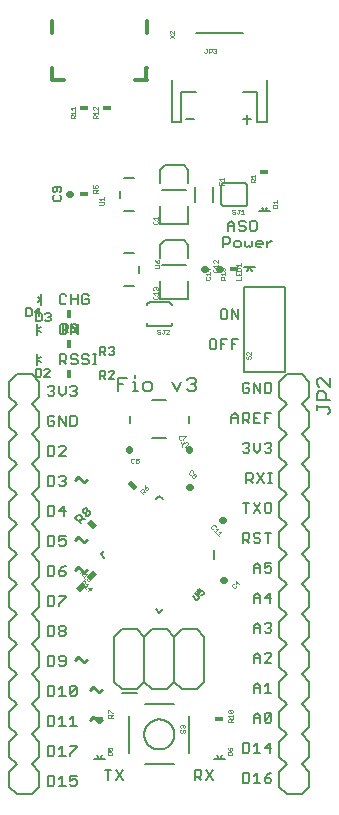
<source format=gbr>
G04 EAGLE Gerber RS-274X export*
G75*
%MOMM*%
%FSLAX34Y34*%
%LPD*%
%INSilkscreen Top*%
%IPPOS*%
%AMOC8*
5,1,8,0,0,1.08239X$1,22.5*%
G01*
%ADD10C,0.152400*%
%ADD11C,0.203200*%
%ADD12C,0.279400*%
%ADD13R,0.457200X0.762000*%
%ADD14C,0.127000*%
%ADD15C,0.558800*%
%ADD16C,0.025400*%
%ADD17R,0.762000X0.457200*%
%ADD18C,0.304800*%


D10*
X32512Y295155D02*
X32512Y286512D01*
X36834Y286512D01*
X38274Y287953D01*
X38274Y293715D01*
X36834Y295155D01*
X32512Y295155D01*
X41867Y286512D02*
X47629Y286512D01*
X41867Y286512D02*
X47629Y292274D01*
X47629Y293715D01*
X46189Y295155D01*
X43308Y295155D01*
X41867Y293715D01*
X32512Y269755D02*
X32512Y261112D01*
X36834Y261112D01*
X38274Y262553D01*
X38274Y268315D01*
X36834Y269755D01*
X32512Y269755D01*
X41867Y268315D02*
X43308Y269755D01*
X46189Y269755D01*
X47629Y268315D01*
X47629Y266874D01*
X46189Y265434D01*
X44748Y265434D01*
X46189Y265434D02*
X47629Y263993D01*
X47629Y262553D01*
X46189Y261112D01*
X43308Y261112D01*
X41867Y262553D01*
X32512Y244355D02*
X32512Y235712D01*
X36834Y235712D01*
X38274Y237153D01*
X38274Y242915D01*
X36834Y244355D01*
X32512Y244355D01*
X46189Y244355D02*
X46189Y235712D01*
X41867Y240034D02*
X46189Y244355D01*
X47629Y240034D02*
X41867Y240034D01*
X32512Y218955D02*
X32512Y210312D01*
X36834Y210312D01*
X38274Y211753D01*
X38274Y217515D01*
X36834Y218955D01*
X32512Y218955D01*
X41867Y218955D02*
X47629Y218955D01*
X41867Y218955D02*
X41867Y214634D01*
X44748Y216074D01*
X46189Y216074D01*
X47629Y214634D01*
X47629Y211753D01*
X46189Y210312D01*
X43308Y210312D01*
X41867Y211753D01*
X32512Y193555D02*
X32512Y184912D01*
X36834Y184912D01*
X38274Y186353D01*
X38274Y192115D01*
X36834Y193555D01*
X32512Y193555D01*
X44748Y192115D02*
X47629Y193555D01*
X44748Y192115D02*
X41867Y189234D01*
X41867Y186353D01*
X43308Y184912D01*
X46189Y184912D01*
X47629Y186353D01*
X47629Y187793D01*
X46189Y189234D01*
X41867Y189234D01*
X32512Y168155D02*
X32512Y159512D01*
X36834Y159512D01*
X38274Y160953D01*
X38274Y166715D01*
X36834Y168155D01*
X32512Y168155D01*
X41867Y168155D02*
X47629Y168155D01*
X47629Y166715D01*
X41867Y160953D01*
X41867Y159512D01*
X32512Y142755D02*
X32512Y134112D01*
X36834Y134112D01*
X38274Y135553D01*
X38274Y141315D01*
X36834Y142755D01*
X32512Y142755D01*
X41867Y141315D02*
X43308Y142755D01*
X46189Y142755D01*
X47629Y141315D01*
X47629Y139874D01*
X46189Y138434D01*
X47629Y136993D01*
X47629Y135553D01*
X46189Y134112D01*
X43308Y134112D01*
X41867Y135553D01*
X41867Y136993D01*
X43308Y138434D01*
X41867Y139874D01*
X41867Y141315D01*
X43308Y138434D02*
X46189Y138434D01*
X32512Y117355D02*
X32512Y108712D01*
X36834Y108712D01*
X38274Y110153D01*
X38274Y115915D01*
X36834Y117355D01*
X32512Y117355D01*
X41867Y110153D02*
X43308Y108712D01*
X46189Y108712D01*
X47629Y110153D01*
X47629Y115915D01*
X46189Y117355D01*
X43308Y117355D01*
X41867Y115915D01*
X41867Y114474D01*
X43308Y113034D01*
X47629Y113034D01*
X32512Y91955D02*
X32512Y83312D01*
X36834Y83312D01*
X38274Y84753D01*
X38274Y90515D01*
X36834Y91955D01*
X32512Y91955D01*
X41867Y89074D02*
X44748Y91955D01*
X44748Y83312D01*
X41867Y83312D02*
X47629Y83312D01*
X51222Y84753D02*
X51222Y90515D01*
X52663Y91955D01*
X55544Y91955D01*
X56985Y90515D01*
X56985Y84753D01*
X55544Y83312D01*
X52663Y83312D01*
X51222Y84753D01*
X56985Y90515D01*
X197486Y18295D02*
X197486Y9652D01*
X201808Y9652D01*
X203249Y11093D01*
X203249Y16855D01*
X201808Y18295D01*
X197486Y18295D01*
X206842Y15414D02*
X209723Y18295D01*
X209723Y9652D01*
X206842Y9652D02*
X212604Y9652D01*
X219078Y16855D02*
X221959Y18295D01*
X219078Y16855D02*
X216197Y13974D01*
X216197Y11093D01*
X217637Y9652D01*
X220519Y9652D01*
X221959Y11093D01*
X221959Y12533D01*
X220519Y13974D01*
X216197Y13974D01*
X206842Y60452D02*
X206842Y66214D01*
X209723Y69095D01*
X212604Y66214D01*
X212604Y60452D01*
X212604Y64774D02*
X206842Y64774D01*
X216197Y61893D02*
X216197Y67655D01*
X217637Y69095D01*
X220519Y69095D01*
X221959Y67655D01*
X221959Y61893D01*
X220519Y60452D01*
X217637Y60452D01*
X216197Y61893D01*
X221959Y67655D01*
X206842Y85852D02*
X206842Y91614D01*
X209723Y94495D01*
X212604Y91614D01*
X212604Y85852D01*
X212604Y90174D02*
X206842Y90174D01*
X216197Y91614D02*
X219078Y94495D01*
X219078Y85852D01*
X216197Y85852D02*
X221959Y85852D01*
X206842Y111252D02*
X206842Y117014D01*
X209723Y119895D01*
X212604Y117014D01*
X212604Y111252D01*
X212604Y115574D02*
X206842Y115574D01*
X216197Y111252D02*
X221959Y111252D01*
X216197Y111252D02*
X221959Y117014D01*
X221959Y118455D01*
X220519Y119895D01*
X217637Y119895D01*
X216197Y118455D01*
X206842Y136652D02*
X206842Y142414D01*
X209723Y145295D01*
X212604Y142414D01*
X212604Y136652D01*
X212604Y140974D02*
X206842Y140974D01*
X216197Y143855D02*
X217637Y145295D01*
X220519Y145295D01*
X221959Y143855D01*
X221959Y142414D01*
X220519Y140974D01*
X219078Y140974D01*
X220519Y140974D02*
X221959Y139533D01*
X221959Y138093D01*
X220519Y136652D01*
X217637Y136652D01*
X216197Y138093D01*
X206842Y162052D02*
X206842Y167814D01*
X209723Y170695D01*
X212604Y167814D01*
X212604Y162052D01*
X212604Y166374D02*
X206842Y166374D01*
X220519Y162052D02*
X220519Y170695D01*
X216197Y166374D01*
X221959Y166374D01*
X206842Y187452D02*
X206842Y193214D01*
X209723Y196095D01*
X212604Y193214D01*
X212604Y187452D01*
X212604Y191774D02*
X206842Y191774D01*
X216197Y196095D02*
X221959Y196095D01*
X216197Y196095D02*
X216197Y191774D01*
X219078Y193214D01*
X220519Y193214D01*
X221959Y191774D01*
X221959Y188893D01*
X220519Y187452D01*
X217637Y187452D01*
X216197Y188893D01*
X32512Y41155D02*
X32512Y32512D01*
X36834Y32512D01*
X38274Y33953D01*
X38274Y39715D01*
X36834Y41155D01*
X32512Y41155D01*
X41867Y38274D02*
X44748Y41155D01*
X44748Y32512D01*
X41867Y32512D02*
X47629Y32512D01*
X51222Y41155D02*
X56985Y41155D01*
X56985Y39715D01*
X51222Y33953D01*
X51222Y32512D01*
X32512Y57912D02*
X32512Y66555D01*
X32512Y57912D02*
X36834Y57912D01*
X38274Y59353D01*
X38274Y65115D01*
X36834Y66555D01*
X32512Y66555D01*
X41867Y63674D02*
X44748Y66555D01*
X44748Y57912D01*
X41867Y57912D02*
X47629Y57912D01*
X51222Y63674D02*
X54104Y66555D01*
X54104Y57912D01*
X56985Y57912D02*
X51222Y57912D01*
X46994Y398025D02*
X44113Y398025D01*
X42672Y396585D01*
X42672Y390823D01*
X44113Y389382D01*
X46994Y389382D01*
X48434Y390823D01*
X48434Y396585D01*
X46994Y398025D01*
X52027Y398025D02*
X52027Y389382D01*
X57789Y389382D02*
X52027Y398025D01*
X57789Y398025D02*
X57789Y389382D01*
X42672Y372625D02*
X42672Y363982D01*
X42672Y372625D02*
X46994Y372625D01*
X48434Y371185D01*
X48434Y368304D01*
X46994Y366863D01*
X42672Y366863D01*
X45553Y366863D02*
X48434Y363982D01*
X56349Y372625D02*
X57789Y371185D01*
X56349Y372625D02*
X53468Y372625D01*
X52027Y371185D01*
X52027Y369744D01*
X53468Y368304D01*
X56349Y368304D01*
X57789Y366863D01*
X57789Y365423D01*
X56349Y363982D01*
X53468Y363982D01*
X52027Y365423D01*
X65704Y372625D02*
X67145Y371185D01*
X65704Y372625D02*
X62823Y372625D01*
X61382Y371185D01*
X61382Y369744D01*
X62823Y368304D01*
X65704Y368304D01*
X67145Y366863D01*
X67145Y365423D01*
X65704Y363982D01*
X62823Y363982D01*
X61382Y365423D01*
X70738Y363982D02*
X73619Y363982D01*
X72178Y363982D02*
X72178Y372625D01*
X70738Y372625D02*
X73619Y372625D01*
X197486Y43695D02*
X197486Y35052D01*
X201808Y35052D01*
X203249Y36493D01*
X203249Y42255D01*
X201808Y43695D01*
X197486Y43695D01*
X206842Y40814D02*
X209723Y43695D01*
X209723Y35052D01*
X206842Y35052D02*
X212604Y35052D01*
X220519Y35052D02*
X220519Y43695D01*
X216197Y39374D01*
X221959Y39374D01*
X32512Y15755D02*
X32512Y7112D01*
X36834Y7112D01*
X38274Y8553D01*
X38274Y14315D01*
X36834Y15755D01*
X32512Y15755D01*
X41867Y12874D02*
X44748Y15755D01*
X44748Y7112D01*
X41867Y7112D02*
X47629Y7112D01*
X51222Y15755D02*
X56985Y15755D01*
X51222Y15755D02*
X51222Y11434D01*
X54104Y12874D01*
X55544Y12874D01*
X56985Y11434D01*
X56985Y8553D01*
X55544Y7112D01*
X52663Y7112D01*
X51222Y8553D01*
X38274Y319115D02*
X36834Y320555D01*
X33953Y320555D01*
X32512Y319115D01*
X32512Y313353D01*
X33953Y311912D01*
X36834Y311912D01*
X38274Y313353D01*
X38274Y316234D01*
X35393Y316234D01*
X41867Y320555D02*
X41867Y311912D01*
X47629Y311912D02*
X41867Y320555D01*
X47629Y320555D02*
X47629Y311912D01*
X51222Y311912D02*
X51222Y320555D01*
X51222Y311912D02*
X55544Y311912D01*
X56985Y313353D01*
X56985Y319115D01*
X55544Y320555D01*
X51222Y320555D01*
X32512Y344515D02*
X33953Y345955D01*
X36834Y345955D01*
X38274Y344515D01*
X38274Y343074D01*
X36834Y341634D01*
X35393Y341634D01*
X36834Y341634D02*
X38274Y340193D01*
X38274Y338753D01*
X36834Y337312D01*
X33953Y337312D01*
X32512Y338753D01*
X41867Y340193D02*
X41867Y345955D01*
X41867Y340193D02*
X44748Y337312D01*
X47629Y340193D01*
X47629Y345955D01*
X51222Y344515D02*
X52663Y345955D01*
X55544Y345955D01*
X56985Y344515D01*
X56985Y343074D01*
X55544Y341634D01*
X54104Y341634D01*
X55544Y341634D02*
X56985Y340193D01*
X56985Y338753D01*
X55544Y337312D01*
X52663Y337312D01*
X51222Y338753D01*
X48434Y421985D02*
X46994Y423425D01*
X44113Y423425D01*
X42672Y421985D01*
X42672Y416223D01*
X44113Y414782D01*
X46994Y414782D01*
X48434Y416223D01*
X52027Y414782D02*
X52027Y423425D01*
X52027Y419104D02*
X57789Y419104D01*
X57789Y423425D02*
X57789Y414782D01*
X65704Y423425D02*
X67145Y421985D01*
X65704Y423425D02*
X62823Y423425D01*
X61382Y421985D01*
X61382Y416223D01*
X62823Y414782D01*
X65704Y414782D01*
X67145Y416223D01*
X67145Y419104D01*
X64264Y419104D01*
X180342Y410725D02*
X183223Y410725D01*
X180342Y410725D02*
X178902Y409285D01*
X178902Y403523D01*
X180342Y402082D01*
X183223Y402082D01*
X184664Y403523D01*
X184664Y409285D01*
X183223Y410725D01*
X188257Y410725D02*
X188257Y402082D01*
X194019Y402082D02*
X188257Y410725D01*
X194019Y410725D02*
X194019Y402082D01*
X173868Y385325D02*
X170987Y385325D01*
X169546Y383885D01*
X169546Y378123D01*
X170987Y376682D01*
X173868Y376682D01*
X175309Y378123D01*
X175309Y383885D01*
X173868Y385325D01*
X178902Y385325D02*
X178902Y376682D01*
X178902Y385325D02*
X184664Y385325D01*
X181783Y381004D02*
X178902Y381004D01*
X188257Y385325D02*
X188257Y376682D01*
X188257Y385325D02*
X194019Y385325D01*
X191138Y381004D02*
X188257Y381004D01*
X201808Y348495D02*
X203249Y347055D01*
X201808Y348495D02*
X198927Y348495D01*
X197486Y347055D01*
X197486Y341293D01*
X198927Y339852D01*
X201808Y339852D01*
X203249Y341293D01*
X203249Y344174D01*
X200368Y344174D01*
X206842Y348495D02*
X206842Y339852D01*
X212604Y339852D02*
X206842Y348495D01*
X212604Y348495D02*
X212604Y339852D01*
X216197Y339852D02*
X216197Y348495D01*
X216197Y339852D02*
X220519Y339852D01*
X221959Y341293D01*
X221959Y347055D01*
X220519Y348495D01*
X216197Y348495D01*
X188131Y320214D02*
X188131Y314452D01*
X188131Y320214D02*
X191012Y323095D01*
X193893Y320214D01*
X193893Y314452D01*
X193893Y318774D02*
X188131Y318774D01*
X197486Y323095D02*
X197486Y314452D01*
X197486Y323095D02*
X201808Y323095D01*
X203249Y321655D01*
X203249Y318774D01*
X201808Y317333D01*
X197486Y317333D01*
X200368Y317333D02*
X203249Y314452D01*
X206842Y323095D02*
X212604Y323095D01*
X206842Y323095D02*
X206842Y314452D01*
X212604Y314452D01*
X209723Y318774D02*
X206842Y318774D01*
X216197Y323095D02*
X216197Y314452D01*
X216197Y323095D02*
X221959Y323095D01*
X219078Y318774D02*
X216197Y318774D01*
X198927Y297695D02*
X197486Y296255D01*
X198927Y297695D02*
X201808Y297695D01*
X203249Y296255D01*
X203249Y294814D01*
X201808Y293374D01*
X200368Y293374D01*
X201808Y293374D02*
X203249Y291933D01*
X203249Y290493D01*
X201808Y289052D01*
X198927Y289052D01*
X197486Y290493D01*
X206842Y291933D02*
X206842Y297695D01*
X206842Y291933D02*
X209723Y289052D01*
X212604Y291933D01*
X212604Y297695D01*
X216197Y296255D02*
X217637Y297695D01*
X220519Y297695D01*
X221959Y296255D01*
X221959Y294814D01*
X220519Y293374D01*
X219078Y293374D01*
X220519Y293374D02*
X221959Y291933D01*
X221959Y290493D01*
X220519Y289052D01*
X217637Y289052D01*
X216197Y290493D01*
X200605Y272295D02*
X200605Y263652D01*
X200605Y272295D02*
X204927Y272295D01*
X206367Y270855D01*
X206367Y267974D01*
X204927Y266533D01*
X200605Y266533D01*
X203486Y266533D02*
X206367Y263652D01*
X215722Y263652D02*
X209960Y272295D01*
X215722Y272295D02*
X209960Y263652D01*
X219315Y263652D02*
X222196Y263652D01*
X220756Y263652D02*
X220756Y272295D01*
X222196Y272295D02*
X219315Y272295D01*
X200368Y246895D02*
X200368Y238252D01*
X197486Y246895D02*
X203249Y246895D01*
X206842Y246895D02*
X212604Y238252D01*
X206842Y238252D02*
X212604Y246895D01*
X217637Y246895D02*
X220519Y246895D01*
X217637Y246895D02*
X216197Y245455D01*
X216197Y239693D01*
X217637Y238252D01*
X220519Y238252D01*
X221959Y239693D01*
X221959Y245455D01*
X220519Y246895D01*
X197486Y221495D02*
X197486Y212852D01*
X197486Y221495D02*
X201808Y221495D01*
X203249Y220055D01*
X203249Y217174D01*
X201808Y215733D01*
X197486Y215733D01*
X200368Y215733D02*
X203249Y212852D01*
X211163Y221495D02*
X212604Y220055D01*
X211163Y221495D02*
X208282Y221495D01*
X206842Y220055D01*
X206842Y218614D01*
X208282Y217174D01*
X211163Y217174D01*
X212604Y215733D01*
X212604Y214293D01*
X211163Y212852D01*
X208282Y212852D01*
X206842Y214293D01*
X219078Y212852D02*
X219078Y221495D01*
X216197Y221495D02*
X221959Y221495D01*
D11*
X92456Y341376D02*
X92456Y352816D01*
X100083Y352816D01*
X96269Y347096D02*
X92456Y347096D01*
X104852Y349003D02*
X106758Y349003D01*
X106758Y341376D01*
X104852Y341376D02*
X108665Y341376D01*
X106758Y352816D02*
X106758Y354722D01*
X115022Y341376D02*
X118835Y341376D01*
X120742Y343283D01*
X120742Y347096D01*
X118835Y349003D01*
X115022Y349003D01*
X113115Y347096D01*
X113115Y343283D01*
X115022Y341376D01*
X137907Y349003D02*
X141720Y341376D01*
X145533Y349003D01*
X150302Y350909D02*
X152209Y352816D01*
X156022Y352816D01*
X157929Y350909D01*
X157929Y349003D01*
X156022Y347096D01*
X154116Y347096D01*
X156022Y347096D02*
X157929Y345189D01*
X157929Y343283D01*
X156022Y341376D01*
X152209Y341376D01*
X150302Y343283D01*
X197866Y571505D02*
X204984Y571505D01*
X201425Y575064D02*
X201425Y567946D01*
X156724Y571505D02*
X149606Y571505D01*
D12*
X58507Y269086D02*
X56007Y266586D01*
X58507Y269086D02*
X63506Y264086D01*
X66006Y266586D01*
X58507Y218286D02*
X56007Y215786D01*
X58507Y218286D02*
X63506Y213286D01*
X66006Y215786D01*
X58507Y192886D02*
X56007Y190386D01*
X58507Y192886D02*
X63506Y187886D01*
X66006Y190386D01*
X58507Y116686D02*
X56007Y114186D01*
X58507Y116686D02*
X63506Y111686D01*
X66006Y114186D01*
X71207Y91286D02*
X68707Y88786D01*
X71207Y91286D02*
X76206Y86286D01*
X78706Y88786D01*
X71207Y65886D02*
X68707Y63386D01*
X71207Y65886D02*
X76206Y60886D01*
X78706Y63386D01*
D10*
X83653Y20835D02*
X83653Y12192D01*
X80772Y20835D02*
X86534Y20835D01*
X90127Y20835D02*
X95889Y12192D01*
X90127Y12192D02*
X95889Y20835D01*
X156972Y20835D02*
X156972Y12192D01*
X156972Y20835D02*
X161294Y20835D01*
X162734Y19395D01*
X162734Y16514D01*
X161294Y15073D01*
X156972Y15073D01*
X159853Y15073D02*
X162734Y12192D01*
X172089Y12192D02*
X166327Y20835D01*
X172089Y20835D02*
X166327Y12192D01*
X181102Y463042D02*
X181102Y471685D01*
X185424Y471685D01*
X186864Y470245D01*
X186864Y467364D01*
X185424Y465923D01*
X181102Y465923D01*
X191898Y463042D02*
X194779Y463042D01*
X196219Y464483D01*
X196219Y467364D01*
X194779Y468804D01*
X191898Y468804D01*
X190457Y467364D01*
X190457Y464483D01*
X191898Y463042D01*
X199812Y464483D02*
X199812Y468804D01*
X199812Y464483D02*
X201253Y463042D01*
X202694Y464483D01*
X204134Y463042D01*
X205575Y464483D01*
X205575Y468804D01*
X210608Y463042D02*
X213489Y463042D01*
X210608Y463042D02*
X209168Y464483D01*
X209168Y467364D01*
X210608Y468804D01*
X213489Y468804D01*
X214930Y467364D01*
X214930Y465923D01*
X209168Y465923D01*
X218523Y463042D02*
X218523Y468804D01*
X218523Y465923D02*
X221404Y468804D01*
X222844Y468804D01*
X184912Y477012D02*
X184912Y482774D01*
X187793Y485655D01*
X190674Y482774D01*
X190674Y477012D01*
X190674Y481334D02*
X184912Y481334D01*
X198589Y485655D02*
X200029Y484215D01*
X198589Y485655D02*
X195708Y485655D01*
X194267Y484215D01*
X194267Y482774D01*
X195708Y481334D01*
X198589Y481334D01*
X200029Y479893D01*
X200029Y478453D01*
X198589Y477012D01*
X195708Y477012D01*
X194267Y478453D01*
X205063Y485655D02*
X207944Y485655D01*
X205063Y485655D02*
X203622Y484215D01*
X203622Y478453D01*
X205063Y477012D01*
X207944Y477012D01*
X209385Y478453D01*
X209385Y484215D01*
X207944Y485655D01*
D11*
X88900Y95250D02*
X95250Y88900D01*
X107950Y88900D02*
X114300Y95250D01*
X120650Y88900D01*
X133350Y88900D02*
X139700Y95250D01*
X146050Y88900D01*
X158750Y88900D02*
X165100Y95250D01*
X88900Y95250D02*
X88900Y133350D01*
X95250Y139700D01*
X107950Y139700D01*
X114300Y133350D01*
X120650Y139700D01*
X133350Y139700D01*
X139700Y133350D01*
X146050Y139700D01*
X158750Y139700D01*
X165100Y133350D01*
X114300Y133350D02*
X114300Y95250D01*
X139700Y95250D02*
X139700Y133350D01*
X165100Y133350D02*
X165100Y95250D01*
X158750Y88900D02*
X146050Y88900D01*
X133350Y88900D02*
X120650Y88900D01*
X107950Y88900D02*
X95250Y88900D01*
X95250Y85550D02*
X107950Y85550D01*
D13*
X50800Y355600D03*
D14*
X76835Y358654D02*
X76835Y351790D01*
X76835Y358654D02*
X80267Y358654D01*
X81411Y357510D01*
X81411Y355222D01*
X80267Y354078D01*
X76835Y354078D01*
X79123Y354078D02*
X81411Y351790D01*
X84319Y351790D02*
X88895Y351790D01*
X84319Y351790D02*
X88895Y356366D01*
X88895Y357510D01*
X87751Y358654D01*
X85463Y358654D01*
X84319Y357510D01*
D11*
X23700Y368300D02*
X23700Y372900D01*
X23700Y368300D02*
X23700Y363700D01*
X23700Y368300D02*
X26800Y370638D01*
X23854Y368046D02*
X26800Y366116D01*
D14*
X22225Y360559D02*
X22225Y353695D01*
X25657Y353695D01*
X26801Y354839D01*
X26801Y359415D01*
X25657Y360559D01*
X22225Y360559D01*
X29709Y353695D02*
X34285Y353695D01*
X29709Y353695D02*
X34285Y358271D01*
X34285Y359415D01*
X33141Y360559D01*
X30853Y360559D01*
X29709Y359415D01*
D13*
X50800Y381000D03*
D14*
X76835Y378974D02*
X76835Y372110D01*
X76835Y378974D02*
X80267Y378974D01*
X81411Y377830D01*
X81411Y375542D01*
X80267Y374398D01*
X76835Y374398D01*
X79123Y374398D02*
X81411Y372110D01*
X84319Y377830D02*
X85463Y378974D01*
X87751Y378974D01*
X88895Y377830D01*
X88895Y376686D01*
X87751Y375542D01*
X86607Y375542D01*
X87751Y375542D02*
X88895Y374398D01*
X88895Y373254D01*
X87751Y372110D01*
X85463Y372110D01*
X84319Y373254D01*
D11*
X23700Y393700D02*
X23700Y398300D01*
X23700Y393700D02*
X23700Y389100D01*
X23700Y393700D02*
X26800Y396038D01*
X23854Y393446D02*
X26800Y391516D01*
D14*
X22860Y400685D02*
X22860Y407549D01*
X22860Y400685D02*
X26292Y400685D01*
X27436Y401829D01*
X27436Y406405D01*
X26292Y407549D01*
X22860Y407549D01*
X30344Y406405D02*
X31488Y407549D01*
X33776Y407549D01*
X34920Y406405D01*
X34920Y405261D01*
X33776Y404117D01*
X32632Y404117D01*
X33776Y404117D02*
X34920Y402973D01*
X34920Y401829D01*
X33776Y400685D01*
X31488Y400685D01*
X30344Y401829D01*
D11*
X25400Y196850D02*
X25400Y184150D01*
X19050Y177800D01*
X6350Y177800D02*
X0Y184150D01*
X25400Y222250D02*
X19050Y228600D01*
X25400Y222250D02*
X25400Y209550D01*
X19050Y203200D01*
X6350Y203200D02*
X0Y209550D01*
X0Y222250D01*
X6350Y228600D01*
X19050Y203200D02*
X25400Y196850D01*
X6350Y203200D02*
X0Y196850D01*
X0Y184150D01*
X25400Y260350D02*
X25400Y273050D01*
X25400Y260350D02*
X19050Y254000D01*
X6350Y254000D02*
X0Y260350D01*
X19050Y254000D02*
X25400Y247650D01*
X25400Y234950D01*
X19050Y228600D01*
X6350Y228600D02*
X0Y234950D01*
X0Y247650D01*
X6350Y254000D01*
X25400Y298450D02*
X19050Y304800D01*
X25400Y298450D02*
X25400Y285750D01*
X19050Y279400D01*
X6350Y279400D02*
X0Y285750D01*
X0Y298450D01*
X6350Y304800D01*
X19050Y279400D02*
X25400Y273050D01*
X6350Y279400D02*
X0Y273050D01*
X0Y260350D01*
X25400Y336550D02*
X25400Y349250D01*
X25400Y336550D02*
X19050Y330200D01*
X6350Y330200D02*
X0Y336550D01*
X19050Y330200D02*
X25400Y323850D01*
X25400Y311150D01*
X19050Y304800D01*
X6350Y304800D02*
X0Y311150D01*
X0Y323850D01*
X6350Y330200D01*
X6350Y355600D02*
X19050Y355600D01*
X25400Y349250D01*
X6350Y355600D02*
X0Y349250D01*
X0Y336550D01*
X25400Y19050D02*
X25400Y6350D01*
X19050Y0D01*
X6350Y0D02*
X0Y6350D01*
X25400Y44450D02*
X19050Y50800D01*
X25400Y44450D02*
X25400Y31750D01*
X19050Y25400D01*
X6350Y25400D02*
X0Y31750D01*
X0Y44450D01*
X6350Y50800D01*
X19050Y25400D02*
X25400Y19050D01*
X6350Y25400D02*
X0Y19050D01*
X0Y6350D01*
X25400Y82550D02*
X25400Y95250D01*
X25400Y82550D02*
X19050Y76200D01*
X6350Y76200D02*
X0Y82550D01*
X19050Y76200D02*
X25400Y69850D01*
X25400Y57150D01*
X19050Y50800D01*
X6350Y50800D02*
X0Y57150D01*
X0Y69850D01*
X6350Y76200D01*
X25400Y120650D02*
X19050Y127000D01*
X25400Y120650D02*
X25400Y107950D01*
X19050Y101600D01*
X6350Y101600D02*
X0Y107950D01*
X0Y120650D01*
X6350Y127000D01*
X19050Y101600D02*
X25400Y95250D01*
X6350Y101600D02*
X0Y95250D01*
X0Y82550D01*
X25400Y158750D02*
X25400Y171450D01*
X25400Y158750D02*
X19050Y152400D01*
X6350Y152400D02*
X0Y158750D01*
X19050Y152400D02*
X25400Y146050D01*
X25400Y133350D01*
X19050Y127000D01*
X6350Y127000D02*
X0Y133350D01*
X0Y146050D01*
X6350Y152400D01*
X25400Y171450D02*
X19050Y177800D01*
X6350Y177800D02*
X0Y171450D01*
X0Y158750D01*
X6350Y0D02*
X19050Y0D01*
D13*
G36*
X74160Y227523D02*
X70927Y224290D01*
X65540Y229677D01*
X68773Y232910D01*
X74160Y227523D01*
G37*
D14*
X60869Y229498D02*
X56015Y234351D01*
X58442Y236778D01*
X60060Y236778D01*
X61678Y235160D01*
X61678Y233543D01*
X59251Y231116D01*
X60869Y232734D02*
X64105Y232734D01*
X62117Y238835D02*
X62117Y240452D01*
X63734Y242070D01*
X65352Y242070D01*
X66161Y241261D01*
X66161Y239644D01*
X67779Y239644D01*
X68588Y238835D01*
X68588Y237217D01*
X66970Y235599D01*
X65352Y235599D01*
X64543Y236408D01*
X64543Y238026D01*
X62925Y238026D01*
X62117Y238835D01*
X64543Y238026D02*
X66161Y239644D01*
D15*
X51105Y508000D02*
X50495Y508000D01*
D14*
X37968Y507133D02*
X36824Y505989D01*
X36824Y503701D01*
X37968Y502557D01*
X42544Y502557D01*
X43688Y503701D01*
X43688Y505989D01*
X42544Y507133D01*
X42544Y510041D02*
X43688Y511185D01*
X43688Y513473D01*
X42544Y514617D01*
X37968Y514617D01*
X36824Y513473D01*
X36824Y511185D01*
X37968Y510041D01*
X39112Y510041D01*
X40256Y511185D01*
X40256Y514617D01*
D11*
X27100Y419100D02*
X27100Y414500D01*
X27100Y419100D02*
X27100Y423700D01*
X27100Y419100D02*
X24000Y416762D01*
X26946Y419354D02*
X24000Y421284D01*
D14*
X14242Y411486D02*
X14242Y404622D01*
X17674Y404622D01*
X18818Y405766D01*
X18818Y410342D01*
X17674Y411486D01*
X14242Y411486D01*
X25158Y411486D02*
X25158Y404622D01*
X21726Y408054D02*
X25158Y411486D01*
X26302Y408054D02*
X21726Y408054D01*
D13*
X50800Y406400D03*
D14*
X45085Y398024D02*
X45085Y391160D01*
X45085Y398024D02*
X48517Y398024D01*
X49661Y396880D01*
X49661Y394592D01*
X48517Y393448D01*
X45085Y393448D01*
X47373Y393448D02*
X49661Y391160D01*
X52569Y392304D02*
X53713Y391160D01*
X56001Y391160D01*
X57145Y392304D01*
X57145Y396880D01*
X56001Y398024D01*
X53713Y398024D01*
X52569Y396880D01*
X52569Y395736D01*
X53713Y394592D01*
X57145Y394592D01*
D11*
X157480Y501650D02*
X157480Y514350D01*
X172720Y514350D02*
X172720Y501650D01*
D16*
X177924Y515883D02*
X181737Y515883D01*
X177924Y515883D02*
X177924Y518425D01*
X179830Y517154D02*
X179830Y515883D01*
X179195Y519625D02*
X177924Y520896D01*
X181737Y520896D01*
X181737Y519625D02*
X181737Y522167D01*
D11*
X137800Y569680D02*
X137800Y604680D01*
X137800Y569680D02*
X145800Y569680D01*
X145800Y594680D01*
X157800Y594680D01*
X197800Y594680D02*
X209800Y594680D01*
X209800Y569680D01*
X217800Y569680D01*
X217800Y604680D01*
X197800Y644680D02*
X157800Y644680D01*
D16*
X165227Y628143D02*
X165863Y627507D01*
X166498Y627507D01*
X167134Y628143D01*
X167134Y631320D01*
X167769Y631320D02*
X166498Y631320D01*
X168969Y631320D02*
X168969Y627507D01*
X168969Y631320D02*
X170876Y631320D01*
X171511Y630685D01*
X171511Y629414D01*
X170876Y628778D01*
X168969Y628778D01*
X172711Y630685D02*
X173347Y631320D01*
X174618Y631320D01*
X175253Y630685D01*
X175253Y630049D01*
X174618Y629414D01*
X173982Y629414D01*
X174618Y629414D02*
X175253Y628778D01*
X175253Y628143D01*
X174618Y627507D01*
X173347Y627507D01*
X172711Y628143D01*
D11*
X198400Y357700D02*
X233400Y357700D01*
X233400Y429700D01*
X198400Y429700D01*
X198400Y357700D01*
D16*
X200530Y370334D02*
X201165Y370969D01*
X200530Y370334D02*
X200530Y369063D01*
X201165Y368427D01*
X201801Y368427D01*
X202436Y369063D01*
X202436Y370334D01*
X203072Y370969D01*
X203707Y370969D01*
X204343Y370334D01*
X204343Y369063D01*
X203707Y368427D01*
X204343Y372169D02*
X204343Y374711D01*
X204343Y372169D02*
X201801Y374711D01*
X201165Y374711D01*
X200530Y374076D01*
X200530Y372805D01*
X201165Y372169D01*
D10*
X198500Y518000D02*
X182500Y518000D01*
X179500Y500500D02*
X179512Y500397D01*
X179527Y500295D01*
X179546Y500194D01*
X179568Y500093D01*
X179595Y499993D01*
X179625Y499894D01*
X179659Y499797D01*
X179696Y499701D01*
X179737Y499606D01*
X179782Y499513D01*
X179830Y499421D01*
X179881Y499332D01*
X179936Y499244D01*
X179994Y499159D01*
X180055Y499075D01*
X180119Y498995D01*
X180186Y498916D01*
X180256Y498840D01*
X180329Y498767D01*
X180404Y498697D01*
X180482Y498629D01*
X180563Y498564D01*
X180646Y498503D01*
X180731Y498444D01*
X180818Y498389D01*
X180908Y498337D01*
X180999Y498289D01*
X181092Y498244D01*
X181186Y498202D01*
X181282Y498164D01*
X181380Y498130D01*
X181478Y498099D01*
X181578Y498072D01*
X181678Y498049D01*
X181780Y498029D01*
X181882Y498014D01*
X181984Y498002D01*
X182087Y497994D01*
X182191Y497990D01*
X182294Y497989D01*
X182397Y497993D01*
X182500Y498000D01*
X198500Y498000D02*
X198603Y497993D01*
X198706Y497989D01*
X198809Y497990D01*
X198913Y497994D01*
X199016Y498002D01*
X199118Y498014D01*
X199220Y498029D01*
X199322Y498049D01*
X199422Y498072D01*
X199522Y498099D01*
X199620Y498130D01*
X199718Y498164D01*
X199814Y498202D01*
X199908Y498244D01*
X200001Y498289D01*
X200092Y498337D01*
X200182Y498389D01*
X200269Y498444D01*
X200354Y498503D01*
X200437Y498564D01*
X200518Y498629D01*
X200596Y498697D01*
X200671Y498767D01*
X200744Y498840D01*
X200814Y498916D01*
X200881Y498995D01*
X200945Y499075D01*
X201006Y499159D01*
X201064Y499244D01*
X201119Y499332D01*
X201170Y499421D01*
X201218Y499513D01*
X201263Y499606D01*
X201304Y499701D01*
X201341Y499797D01*
X201375Y499894D01*
X201405Y499993D01*
X201432Y500093D01*
X201454Y500194D01*
X201473Y500295D01*
X201488Y500397D01*
X201500Y500500D01*
X201500Y515500D02*
X201489Y515603D01*
X201474Y515705D01*
X201455Y515807D01*
X201432Y515907D01*
X201406Y516007D01*
X201376Y516106D01*
X201342Y516204D01*
X201305Y516300D01*
X201264Y516395D01*
X201219Y516488D01*
X201171Y516580D01*
X201120Y516669D01*
X201065Y516757D01*
X201007Y516842D01*
X200946Y516926D01*
X200882Y517007D01*
X200815Y517085D01*
X200745Y517161D01*
X200672Y517234D01*
X200596Y517305D01*
X200518Y517373D01*
X200438Y517437D01*
X200355Y517499D01*
X200270Y517557D01*
X200182Y517612D01*
X200093Y517664D01*
X200002Y517713D01*
X199909Y517758D01*
X199814Y517799D01*
X199718Y517837D01*
X199621Y517872D01*
X199522Y517902D01*
X199422Y517929D01*
X199322Y517953D01*
X199220Y517972D01*
X199118Y517988D01*
X199015Y517999D01*
X198912Y518007D01*
X198809Y518011D01*
X198706Y518012D01*
X198602Y518008D01*
X198499Y518000D01*
X182500Y518000D02*
X182397Y518007D01*
X182294Y518011D01*
X182191Y518010D01*
X182087Y518006D01*
X181984Y517998D01*
X181882Y517986D01*
X181780Y517971D01*
X181678Y517951D01*
X181578Y517928D01*
X181478Y517901D01*
X181380Y517870D01*
X181282Y517836D01*
X181186Y517798D01*
X181092Y517756D01*
X180999Y517711D01*
X180908Y517663D01*
X180818Y517611D01*
X180731Y517556D01*
X180646Y517497D01*
X180563Y517436D01*
X180482Y517371D01*
X180404Y517303D01*
X180329Y517233D01*
X180256Y517160D01*
X180186Y517084D01*
X180119Y517005D01*
X180055Y516925D01*
X179994Y516841D01*
X179936Y516756D01*
X179881Y516668D01*
X179830Y516579D01*
X179782Y516487D01*
X179737Y516394D01*
X179696Y516299D01*
X179659Y516203D01*
X179625Y516106D01*
X179595Y516007D01*
X179568Y515907D01*
X179546Y515806D01*
X179527Y515705D01*
X179512Y515603D01*
X179500Y515500D01*
X179500Y500500D01*
X201500Y500500D02*
X201500Y515500D01*
X198500Y498000D02*
X182500Y498000D01*
D16*
X190805Y495176D02*
X191441Y494541D01*
X190805Y495176D02*
X189534Y495176D01*
X188899Y494541D01*
X188899Y493905D01*
X189534Y493270D01*
X190805Y493270D01*
X191441Y492634D01*
X191441Y491999D01*
X190805Y491363D01*
X189534Y491363D01*
X188899Y491999D01*
X192641Y491999D02*
X193276Y491363D01*
X193912Y491363D01*
X194547Y491999D01*
X194547Y495176D01*
X193912Y495176D02*
X195183Y495176D01*
X196383Y493905D02*
X197654Y495176D01*
X197654Y491363D01*
X196383Y491363D02*
X198925Y491363D01*
D11*
X105894Y522224D02*
X97306Y522224D01*
X97306Y493776D02*
X105894Y493776D01*
X93496Y505316D02*
X93496Y510684D01*
D16*
X79247Y499237D02*
X76070Y499237D01*
X79247Y499237D02*
X79883Y499873D01*
X79883Y501144D01*
X79247Y501779D01*
X76070Y501779D01*
X77341Y502979D02*
X76070Y504250D01*
X79883Y504250D01*
X79883Y502979D02*
X79883Y505521D01*
D17*
X63500Y508000D03*
D16*
X71244Y509533D02*
X75057Y509533D01*
X71244Y509533D02*
X71244Y511439D01*
X71879Y512075D01*
X73150Y512075D01*
X73786Y511439D01*
X73786Y509533D01*
X73786Y510804D02*
X75057Y512075D01*
X71244Y513275D02*
X71244Y515817D01*
X71244Y513275D02*
X73150Y513275D01*
X72515Y514546D01*
X72515Y515182D01*
X73150Y515817D01*
X74421Y515817D01*
X75057Y515182D01*
X75057Y513910D01*
X74421Y513275D01*
D13*
G36*
X99830Y262697D02*
X103063Y265930D01*
X108450Y260543D01*
X105217Y257310D01*
X99830Y262697D01*
G37*
D16*
X110699Y257228D02*
X113396Y254532D01*
X110699Y257228D02*
X112048Y258576D01*
X112946Y258576D01*
X113845Y257678D01*
X113845Y256779D01*
X112497Y255431D01*
X113396Y256329D02*
X115193Y256329D01*
X114694Y260324D02*
X115143Y261672D01*
X114694Y260324D02*
X114694Y258526D01*
X115592Y257627D01*
X116491Y257627D01*
X117390Y258526D01*
X117390Y259425D01*
X116941Y259874D01*
X116042Y259874D01*
X114694Y258526D01*
D15*
X181234Y181666D02*
X181666Y181234D01*
D16*
X189358Y178406D02*
X190256Y178406D01*
X189358Y178406D02*
X188459Y177508D01*
X188459Y176609D01*
X190256Y174811D01*
X191155Y174811D01*
X192054Y175710D01*
X192054Y176609D01*
X194700Y178356D02*
X192004Y181052D01*
X192004Y178356D01*
X193801Y180154D01*
D17*
X76200Y63500D03*
D16*
X83944Y65033D02*
X87757Y65033D01*
X83944Y65033D02*
X83944Y66939D01*
X84579Y67575D01*
X85850Y67575D01*
X86486Y66939D01*
X86486Y65033D01*
X86486Y66304D02*
X87757Y67575D01*
X83944Y68775D02*
X83944Y71317D01*
X84579Y71317D01*
X87121Y68775D01*
X87757Y68775D01*
D11*
X76200Y30050D02*
X71600Y30050D01*
X76200Y30050D02*
X80800Y30050D01*
X76200Y30050D02*
X73862Y33150D01*
X76454Y30204D02*
X78384Y33150D01*
D16*
X83309Y33283D02*
X87122Y33283D01*
X87122Y35189D01*
X86486Y35825D01*
X83944Y35825D01*
X83309Y35189D01*
X83309Y33283D01*
X83309Y37025D02*
X83309Y39567D01*
X83309Y37025D02*
X85215Y37025D01*
X84580Y38296D01*
X84580Y38932D01*
X85215Y39567D01*
X86486Y39567D01*
X87122Y38932D01*
X87122Y37660D01*
X86486Y37025D01*
D11*
X77503Y203200D02*
X80331Y206028D01*
X77503Y203200D02*
X80331Y200372D01*
X124172Y249869D02*
X127000Y252697D01*
X129828Y249869D01*
X124172Y156531D02*
X127000Y153703D01*
X129828Y156531D01*
X172962Y199664D02*
X172962Y206736D01*
D14*
X155357Y167803D02*
X158203Y164957D01*
X159341Y164957D01*
X160480Y166095D01*
X160480Y167234D01*
X157634Y170080D01*
X159326Y171772D02*
X161603Y174049D01*
X159326Y171772D02*
X161034Y170064D01*
X161603Y171772D01*
X162172Y172341D01*
X163311Y172341D01*
X164449Y171203D01*
X164449Y170064D01*
X163311Y168926D01*
X162172Y168926D01*
D11*
X133000Y301500D02*
X121000Y301500D01*
X102000Y314500D02*
X102000Y320500D01*
X121000Y333500D02*
X133000Y333500D01*
X152000Y320500D02*
X152000Y314500D01*
D16*
X145043Y298326D02*
X145043Y297691D01*
X146314Y296420D01*
X147585Y297691D01*
X147585Y298326D01*
X146314Y296420D02*
X146314Y294513D01*
X148785Y294513D02*
X151327Y294513D01*
X148785Y294513D02*
X151327Y297055D01*
X151327Y297691D01*
X150692Y298326D01*
X149420Y298326D01*
X148785Y297691D01*
D15*
X101600Y292405D02*
X101600Y291795D01*
D16*
X105039Y284356D02*
X105675Y283721D01*
X105039Y284356D02*
X103768Y284356D01*
X103133Y283721D01*
X103133Y281179D01*
X103768Y280543D01*
X105039Y280543D01*
X105675Y281179D01*
X106875Y284356D02*
X109417Y284356D01*
X106875Y284356D02*
X106875Y282450D01*
X108146Y283085D01*
X108782Y283085D01*
X109417Y282450D01*
X109417Y281179D01*
X108782Y280543D01*
X107510Y280543D01*
X106875Y281179D01*
D15*
X152400Y291795D02*
X152400Y292405D01*
D16*
X146179Y303025D02*
X145544Y303660D01*
X144273Y303660D01*
X143637Y303025D01*
X143637Y300483D01*
X144273Y299847D01*
X145544Y299847D01*
X146179Y300483D01*
X147379Y303660D02*
X149921Y303660D01*
X149921Y303025D01*
X147379Y300483D01*
X147379Y299847D01*
D15*
X152616Y260566D02*
X152184Y260134D01*
D16*
X155726Y272474D02*
X155726Y273372D01*
X154827Y274271D01*
X153928Y274271D01*
X152131Y272474D01*
X152131Y271575D01*
X153030Y270676D01*
X153928Y270676D01*
X156575Y271625D02*
X157473Y271625D01*
X158372Y270726D01*
X158372Y269828D01*
X157923Y269378D01*
X157024Y269378D01*
X157024Y268479D01*
X156575Y268030D01*
X155676Y268030D01*
X154777Y268929D01*
X154777Y269828D01*
X155226Y270277D01*
X156125Y270277D01*
X156125Y271176D01*
X156575Y271625D01*
X156125Y270277D02*
X157024Y269378D01*
D15*
X180556Y232626D02*
X180124Y232194D01*
D16*
X174650Y227148D02*
X174650Y226249D01*
X174650Y227148D02*
X173751Y228047D01*
X172853Y228047D01*
X171055Y226249D01*
X171055Y225351D01*
X171954Y224452D01*
X172853Y224452D01*
X175049Y224952D02*
X176847Y224952D01*
X174151Y222255D01*
X175049Y221356D02*
X173252Y223154D01*
X177695Y222306D02*
X179493Y222306D01*
X176797Y219609D01*
X177695Y218710D02*
X175898Y220508D01*
D17*
X177800Y63500D03*
D16*
X185544Y61291D02*
X189357Y61291D01*
X185544Y61291D02*
X185544Y63197D01*
X186179Y63833D01*
X187450Y63833D01*
X188086Y63197D01*
X188086Y61291D01*
X188086Y62562D02*
X189357Y63833D01*
X186815Y65033D02*
X185544Y66304D01*
X189357Y66304D01*
X189357Y65033D02*
X189357Y67575D01*
X188721Y68775D02*
X186179Y68775D01*
X185544Y69410D01*
X185544Y70682D01*
X186179Y71317D01*
X188721Y71317D01*
X189357Y70682D01*
X189357Y69410D01*
X188721Y68775D01*
X186179Y71317D01*
D11*
X177800Y30050D02*
X173200Y30050D01*
X177800Y30050D02*
X182400Y30050D01*
X177800Y30050D02*
X175462Y33150D01*
X178054Y30204D02*
X179984Y33150D01*
D16*
X184909Y33283D02*
X188722Y33283D01*
X188722Y35189D01*
X188086Y35825D01*
X185544Y35825D01*
X184909Y35189D01*
X184909Y33283D01*
X185544Y38296D02*
X184909Y39567D01*
X185544Y38296D02*
X186815Y37025D01*
X188086Y37025D01*
X188722Y37660D01*
X188722Y38932D01*
X188086Y39567D01*
X187451Y39567D01*
X186815Y38932D01*
X186815Y37025D01*
D17*
X63500Y581025D03*
D16*
X55753Y572262D02*
X51940Y572262D01*
X51940Y574169D01*
X52575Y574804D01*
X53846Y574804D01*
X54482Y574169D01*
X54482Y572262D01*
X54482Y573533D02*
X55753Y574804D01*
X53211Y576004D02*
X51940Y577275D01*
X55753Y577275D01*
X55753Y576004D02*
X55753Y578546D01*
X53211Y579746D02*
X51940Y581017D01*
X55753Y581017D01*
X55753Y579746D02*
X55753Y582288D01*
D17*
X82550Y581025D03*
D16*
X74803Y572262D02*
X70990Y572262D01*
X70990Y574169D01*
X71625Y574804D01*
X72896Y574804D01*
X73532Y574169D01*
X73532Y572262D01*
X73532Y573533D02*
X74803Y574804D01*
X72261Y576004D02*
X70990Y577275D01*
X74803Y577275D01*
X74803Y576004D02*
X74803Y578546D01*
X74803Y579746D02*
X74803Y582288D01*
X74803Y579746D02*
X72261Y582288D01*
X71625Y582288D01*
X70990Y581653D01*
X70990Y580382D01*
X71625Y579746D01*
D18*
X116129Y605180D02*
X116129Y615000D01*
X116200Y615000D01*
X116200Y605000D02*
X106200Y605000D01*
X36200Y605000D02*
X36200Y615000D01*
X36200Y605000D02*
X46200Y605000D01*
X116200Y645000D02*
X116200Y655000D01*
X36200Y655000D02*
X36200Y645000D01*
D16*
X136014Y640343D02*
X139827Y642885D01*
X139827Y640343D02*
X136014Y642885D01*
X139827Y644085D02*
X139827Y646627D01*
X139827Y644085D02*
X137285Y646627D01*
X136649Y646627D01*
X136014Y645992D01*
X136014Y644720D01*
X136649Y644085D01*
D15*
X164795Y444500D02*
X165405Y444500D01*
D16*
X172844Y444197D02*
X173479Y444833D01*
X172844Y444197D02*
X172844Y442926D01*
X173479Y442291D01*
X176021Y442291D01*
X176657Y442926D01*
X176657Y444197D01*
X176021Y444833D01*
X174115Y446033D02*
X172844Y447304D01*
X176657Y447304D01*
X176657Y446033D02*
X176657Y448575D01*
X176657Y449775D02*
X176657Y452317D01*
X176657Y449775D02*
X174115Y452317D01*
X173479Y452317D01*
X172844Y451682D01*
X172844Y450410D01*
X173479Y449775D01*
D11*
X151700Y434500D02*
X151700Y419500D01*
X127700Y419500D01*
X127700Y434500D01*
X151700Y454500D02*
X151700Y465500D01*
X147700Y469500D01*
X131700Y469500D01*
X127700Y465500D01*
X127700Y454500D01*
D14*
X129540Y448310D02*
X149860Y448310D01*
D16*
X122585Y421769D02*
X121950Y421134D01*
X121950Y419863D01*
X122585Y419227D01*
X125127Y419227D01*
X125763Y419863D01*
X125763Y421134D01*
X125127Y421769D01*
X123221Y422969D02*
X121950Y424240D01*
X125763Y424240D01*
X125763Y422969D02*
X125763Y425511D01*
X122585Y426711D02*
X121950Y427347D01*
X121950Y428618D01*
X122585Y429253D01*
X123221Y429253D01*
X123856Y428618D01*
X123856Y427982D01*
X123856Y428618D02*
X124492Y429253D01*
X125127Y429253D01*
X125763Y428618D01*
X125763Y427347D01*
X125127Y426711D01*
D17*
X190500Y444500D03*
D16*
X182753Y435737D02*
X178940Y435737D01*
X178940Y437644D01*
X179575Y438279D01*
X180846Y438279D01*
X181482Y437644D01*
X181482Y435737D01*
X181482Y437008D02*
X182753Y438279D01*
X180211Y439479D02*
X178940Y440750D01*
X182753Y440750D01*
X182753Y439479D02*
X182753Y442021D01*
X179575Y443221D02*
X178940Y443857D01*
X178940Y445128D01*
X179575Y445763D01*
X180211Y445763D01*
X180846Y445128D01*
X180846Y444492D01*
X180846Y445128D02*
X181482Y445763D01*
X182117Y445763D01*
X182753Y445128D01*
X182753Y443857D01*
X182117Y443221D01*
D11*
X203200Y446200D02*
X207800Y446200D01*
X203200Y446200D02*
X198600Y446200D01*
X203200Y446200D02*
X205538Y443100D01*
X202946Y446046D02*
X201016Y443100D01*
D16*
X196088Y435737D02*
X192275Y435737D01*
X196088Y435737D02*
X196088Y438279D01*
X192275Y439479D02*
X192275Y442021D01*
X192275Y439479D02*
X196088Y439479D01*
X196088Y442021D01*
X194181Y440750D02*
X194181Y439479D01*
X192275Y443221D02*
X196088Y443221D01*
X196088Y445128D01*
X195452Y445763D01*
X192910Y445763D01*
X192275Y445128D01*
X192275Y443221D01*
X193546Y446963D02*
X192275Y448234D01*
X196088Y448234D01*
X196088Y446963D02*
X196088Y449505D01*
D15*
X178105Y444500D02*
X177495Y444500D01*
D16*
X166875Y438279D02*
X166240Y437644D01*
X166240Y436373D01*
X166875Y435737D01*
X169417Y435737D01*
X170053Y436373D01*
X170053Y437644D01*
X169417Y438279D01*
X167511Y439479D02*
X166240Y440750D01*
X170053Y440750D01*
X170053Y439479D02*
X170053Y442021D01*
X170053Y445128D02*
X166240Y445128D01*
X168146Y443221D01*
X168146Y445763D01*
D11*
X105894Y430276D02*
X97306Y430276D01*
X97306Y458724D02*
X105894Y458724D01*
X109704Y447184D02*
X109704Y441816D01*
D16*
X123314Y446033D02*
X126491Y446033D01*
X127127Y446668D01*
X127127Y447939D01*
X126491Y448575D01*
X123314Y448575D01*
X123949Y451046D02*
X123314Y452317D01*
X123949Y451046D02*
X125220Y449775D01*
X126491Y449775D01*
X127127Y450410D01*
X127127Y451682D01*
X126491Y452317D01*
X125856Y452317D01*
X125220Y451682D01*
X125220Y449775D01*
D11*
X118745Y416560D02*
X135255Y416560D01*
X116205Y398780D02*
X116207Y398680D01*
X116213Y398581D01*
X116223Y398481D01*
X116236Y398383D01*
X116254Y398284D01*
X116275Y398187D01*
X116300Y398091D01*
X116329Y397995D01*
X116362Y397901D01*
X116398Y397808D01*
X116438Y397717D01*
X116482Y397627D01*
X116529Y397539D01*
X116579Y397453D01*
X116633Y397369D01*
X116690Y397287D01*
X116750Y397208D01*
X116814Y397130D01*
X116880Y397056D01*
X116949Y396984D01*
X117021Y396915D01*
X117095Y396849D01*
X117173Y396785D01*
X117252Y396725D01*
X117334Y396668D01*
X117418Y396614D01*
X117504Y396564D01*
X117592Y396517D01*
X117682Y396473D01*
X117773Y396433D01*
X117866Y396397D01*
X117960Y396364D01*
X118056Y396335D01*
X118152Y396310D01*
X118249Y396289D01*
X118348Y396271D01*
X118446Y396258D01*
X118546Y396248D01*
X118645Y396242D01*
X118745Y396240D01*
X135255Y396240D02*
X135355Y396242D01*
X135454Y396248D01*
X135554Y396258D01*
X135652Y396271D01*
X135751Y396289D01*
X135848Y396310D01*
X135944Y396335D01*
X136040Y396364D01*
X136134Y396397D01*
X136227Y396433D01*
X136318Y396473D01*
X136408Y396517D01*
X136496Y396564D01*
X136582Y396614D01*
X136666Y396668D01*
X136748Y396725D01*
X136827Y396785D01*
X136905Y396849D01*
X136979Y396915D01*
X137051Y396984D01*
X137120Y397056D01*
X137186Y397130D01*
X137250Y397208D01*
X137310Y397287D01*
X137367Y397369D01*
X137421Y397453D01*
X137471Y397539D01*
X137518Y397627D01*
X137562Y397717D01*
X137602Y397808D01*
X137638Y397901D01*
X137671Y397995D01*
X137700Y398091D01*
X137725Y398187D01*
X137746Y398284D01*
X137764Y398383D01*
X137777Y398481D01*
X137787Y398581D01*
X137793Y398680D01*
X137795Y398780D01*
X137795Y414020D02*
X137793Y414120D01*
X137787Y414219D01*
X137777Y414319D01*
X137764Y414417D01*
X137746Y414516D01*
X137725Y414613D01*
X137700Y414709D01*
X137671Y414805D01*
X137638Y414899D01*
X137602Y414992D01*
X137562Y415083D01*
X137518Y415173D01*
X137471Y415261D01*
X137421Y415347D01*
X137367Y415431D01*
X137310Y415513D01*
X137250Y415592D01*
X137186Y415670D01*
X137120Y415744D01*
X137051Y415816D01*
X136979Y415885D01*
X136905Y415951D01*
X136827Y416015D01*
X136748Y416075D01*
X136666Y416132D01*
X136582Y416186D01*
X136496Y416236D01*
X136408Y416283D01*
X136318Y416327D01*
X136227Y416367D01*
X136134Y416403D01*
X136040Y416436D01*
X135944Y416465D01*
X135848Y416490D01*
X135751Y416511D01*
X135652Y416529D01*
X135554Y416542D01*
X135454Y416552D01*
X135355Y416558D01*
X135255Y416560D01*
X118745Y416560D02*
X118645Y416558D01*
X118546Y416552D01*
X118446Y416542D01*
X118348Y416529D01*
X118249Y416511D01*
X118152Y416490D01*
X118056Y416465D01*
X117960Y416436D01*
X117866Y416403D01*
X117773Y416367D01*
X117682Y416327D01*
X117592Y416283D01*
X117504Y416236D01*
X117418Y416186D01*
X117334Y416132D01*
X117252Y416075D01*
X117173Y416015D01*
X117095Y415951D01*
X117021Y415885D01*
X116949Y415816D01*
X116880Y415744D01*
X116814Y415670D01*
X116750Y415592D01*
X116690Y415513D01*
X116633Y415431D01*
X116579Y415347D01*
X116529Y415261D01*
X116482Y415173D01*
X116438Y415083D01*
X116398Y414992D01*
X116362Y414899D01*
X116329Y414805D01*
X116300Y414709D01*
X116275Y414613D01*
X116254Y414516D01*
X116236Y414417D01*
X116223Y414319D01*
X116213Y414219D01*
X116207Y414120D01*
X116205Y414020D01*
X118745Y396240D02*
X135255Y396240D01*
D16*
X127968Y392941D02*
X127332Y393576D01*
X126061Y393576D01*
X125426Y392941D01*
X125426Y392305D01*
X126061Y391670D01*
X127332Y391670D01*
X127968Y391034D01*
X127968Y390399D01*
X127332Y389763D01*
X126061Y389763D01*
X125426Y390399D01*
X129168Y390399D02*
X129803Y389763D01*
X130439Y389763D01*
X131074Y390399D01*
X131074Y393576D01*
X130439Y393576D02*
X131710Y393576D01*
X132910Y389763D02*
X135452Y389763D01*
X132910Y389763D02*
X135452Y392305D01*
X135452Y392941D01*
X134817Y393576D01*
X133545Y393576D01*
X132910Y392941D01*
D13*
G36*
X71227Y189620D02*
X74460Y186387D01*
X69073Y181000D01*
X65840Y184233D01*
X71227Y189620D01*
G37*
D16*
X63112Y181396D02*
X60416Y178700D01*
X63112Y181396D02*
X64460Y180048D01*
X64460Y179149D01*
X63561Y178251D01*
X62663Y178251D01*
X61314Y179599D01*
X62213Y178700D02*
X62213Y176902D01*
X64859Y177852D02*
X66657Y177852D01*
X63961Y175155D01*
X64859Y174256D02*
X63062Y176054D01*
X67056Y172060D02*
X69752Y174756D01*
X67056Y174756D01*
X68854Y172959D01*
D13*
G36*
X59523Y171200D02*
X56290Y174433D01*
X61677Y179820D01*
X64910Y176587D01*
X59523Y171200D01*
G37*
D16*
X59882Y187184D02*
X62578Y189881D01*
X63926Y188532D01*
X63926Y187634D01*
X63027Y186735D01*
X62128Y186735D01*
X60780Y188083D01*
X61679Y187184D02*
X61679Y185387D01*
X64325Y186336D02*
X66123Y186336D01*
X63426Y183639D01*
X62528Y184538D02*
X64325Y182741D01*
X67870Y184589D02*
X69668Y182791D01*
X67870Y184589D02*
X66522Y183240D01*
X67870Y182791D01*
X68319Y182342D01*
X68319Y181443D01*
X67421Y180544D01*
X66522Y180544D01*
X65623Y181443D01*
X65623Y182342D01*
D11*
X254000Y184150D02*
X254000Y196850D01*
X254000Y184150D02*
X247650Y177800D01*
X234950Y177800D02*
X228600Y184150D01*
X254000Y222250D02*
X247650Y228600D01*
X254000Y222250D02*
X254000Y209550D01*
X247650Y203200D01*
X234950Y203200D02*
X228600Y209550D01*
X228600Y222250D01*
X234950Y228600D01*
X247650Y203200D02*
X254000Y196850D01*
X234950Y203200D02*
X228600Y196850D01*
X228600Y184150D01*
X254000Y260350D02*
X254000Y273050D01*
X254000Y260350D02*
X247650Y254000D01*
X234950Y254000D02*
X228600Y260350D01*
X247650Y254000D02*
X254000Y247650D01*
X254000Y234950D01*
X247650Y228600D01*
X234950Y228600D02*
X228600Y234950D01*
X228600Y247650D01*
X234950Y254000D01*
X254000Y298450D02*
X247650Y304800D01*
X254000Y298450D02*
X254000Y285750D01*
X247650Y279400D01*
X234950Y279400D02*
X228600Y285750D01*
X228600Y298450D01*
X234950Y304800D01*
X247650Y279400D02*
X254000Y273050D01*
X234950Y279400D02*
X228600Y273050D01*
X228600Y260350D01*
X254000Y336550D02*
X254000Y349250D01*
X254000Y336550D02*
X247650Y330200D01*
X234950Y330200D02*
X228600Y336550D01*
X247650Y330200D02*
X254000Y323850D01*
X254000Y311150D01*
X247650Y304800D01*
X234950Y304800D02*
X228600Y311150D01*
X228600Y323850D01*
X234950Y330200D01*
X234950Y355600D02*
X247650Y355600D01*
X254000Y349250D01*
X234950Y355600D02*
X228600Y349250D01*
X228600Y336550D01*
X254000Y19050D02*
X254000Y6350D01*
X247650Y0D01*
X234950Y0D02*
X228600Y6350D01*
X254000Y44450D02*
X247650Y50800D01*
X254000Y44450D02*
X254000Y31750D01*
X247650Y25400D01*
X234950Y25400D02*
X228600Y31750D01*
X228600Y44450D01*
X234950Y50800D01*
X247650Y25400D02*
X254000Y19050D01*
X234950Y25400D02*
X228600Y19050D01*
X228600Y6350D01*
X254000Y82550D02*
X254000Y95250D01*
X254000Y82550D02*
X247650Y76200D01*
X234950Y76200D02*
X228600Y82550D01*
X247650Y76200D02*
X254000Y69850D01*
X254000Y57150D01*
X247650Y50800D01*
X234950Y50800D02*
X228600Y57150D01*
X228600Y69850D01*
X234950Y76200D01*
X254000Y120650D02*
X247650Y127000D01*
X254000Y120650D02*
X254000Y107950D01*
X247650Y101600D01*
X234950Y101600D02*
X228600Y107950D01*
X228600Y120650D01*
X234950Y127000D01*
X247650Y101600D02*
X254000Y95250D01*
X234950Y101600D02*
X228600Y95250D01*
X228600Y82550D01*
X254000Y158750D02*
X254000Y171450D01*
X254000Y158750D02*
X247650Y152400D01*
X234950Y152400D02*
X228600Y158750D01*
X247650Y152400D02*
X254000Y146050D01*
X254000Y133350D01*
X247650Y127000D01*
X234950Y127000D02*
X228600Y133350D01*
X228600Y146050D01*
X234950Y152400D01*
X254000Y171450D02*
X247650Y177800D01*
X234950Y177800D02*
X228600Y171450D01*
X228600Y158750D01*
X234950Y0D02*
X247650Y0D01*
D14*
X269746Y321915D02*
X271653Y323822D01*
X271653Y325728D01*
X269746Y327635D01*
X260213Y327635D01*
X260213Y325728D02*
X260213Y329542D01*
X260213Y333609D02*
X271653Y333609D01*
X260213Y333609D02*
X260213Y339329D01*
X262120Y341236D01*
X265933Y341236D01*
X267840Y339329D01*
X267840Y333609D01*
X271653Y345303D02*
X271653Y352929D01*
X271653Y345303D02*
X264027Y352929D01*
X262120Y352929D01*
X260213Y351023D01*
X260213Y347210D01*
X262120Y345303D01*
D11*
X139700Y76200D02*
X114600Y76200D01*
X152400Y66200D02*
X152400Y35400D01*
X139400Y25400D02*
X114600Y25400D01*
X101600Y35400D02*
X101600Y66200D01*
X114300Y50800D02*
X114304Y51112D01*
X114315Y51423D01*
X114334Y51734D01*
X114361Y52045D01*
X114396Y52355D01*
X114437Y52663D01*
X114487Y52971D01*
X114544Y53278D01*
X114609Y53583D01*
X114681Y53886D01*
X114760Y54187D01*
X114847Y54487D01*
X114941Y54784D01*
X115042Y55079D01*
X115151Y55371D01*
X115267Y55660D01*
X115390Y55947D01*
X115519Y56230D01*
X115656Y56510D01*
X115800Y56787D01*
X115950Y57060D01*
X116107Y57329D01*
X116270Y57594D01*
X116440Y57856D01*
X116617Y58113D01*
X116799Y58365D01*
X116988Y58613D01*
X117183Y58857D01*
X117383Y59095D01*
X117590Y59329D01*
X117802Y59557D01*
X118020Y59780D01*
X118243Y59998D01*
X118471Y60210D01*
X118705Y60417D01*
X118943Y60617D01*
X119187Y60812D01*
X119435Y61001D01*
X119687Y61183D01*
X119944Y61360D01*
X120206Y61530D01*
X120471Y61693D01*
X120740Y61850D01*
X121013Y62000D01*
X121290Y62144D01*
X121570Y62281D01*
X121853Y62410D01*
X122140Y62533D01*
X122429Y62649D01*
X122721Y62758D01*
X123016Y62859D01*
X123313Y62953D01*
X123613Y63040D01*
X123914Y63119D01*
X124217Y63191D01*
X124522Y63256D01*
X124829Y63313D01*
X125137Y63363D01*
X125445Y63404D01*
X125755Y63439D01*
X126066Y63466D01*
X126377Y63485D01*
X126688Y63496D01*
X127000Y63500D01*
X127312Y63496D01*
X127623Y63485D01*
X127934Y63466D01*
X128245Y63439D01*
X128555Y63404D01*
X128863Y63363D01*
X129171Y63313D01*
X129478Y63256D01*
X129783Y63191D01*
X130086Y63119D01*
X130387Y63040D01*
X130687Y62953D01*
X130984Y62859D01*
X131279Y62758D01*
X131571Y62649D01*
X131860Y62533D01*
X132147Y62410D01*
X132430Y62281D01*
X132710Y62144D01*
X132987Y62000D01*
X133260Y61850D01*
X133529Y61693D01*
X133794Y61530D01*
X134056Y61360D01*
X134313Y61183D01*
X134565Y61001D01*
X134813Y60812D01*
X135057Y60617D01*
X135295Y60417D01*
X135529Y60210D01*
X135757Y59998D01*
X135980Y59780D01*
X136198Y59557D01*
X136410Y59329D01*
X136617Y59095D01*
X136817Y58857D01*
X137012Y58613D01*
X137201Y58365D01*
X137383Y58113D01*
X137560Y57856D01*
X137730Y57594D01*
X137893Y57329D01*
X138050Y57060D01*
X138200Y56787D01*
X138344Y56510D01*
X138481Y56230D01*
X138610Y55947D01*
X138733Y55660D01*
X138849Y55371D01*
X138958Y55079D01*
X139059Y54784D01*
X139153Y54487D01*
X139240Y54187D01*
X139319Y53886D01*
X139391Y53583D01*
X139456Y53278D01*
X139513Y52971D01*
X139563Y52663D01*
X139604Y52355D01*
X139639Y52045D01*
X139666Y51734D01*
X139685Y51423D01*
X139696Y51112D01*
X139700Y50800D01*
X139696Y50488D01*
X139685Y50177D01*
X139666Y49866D01*
X139639Y49555D01*
X139604Y49245D01*
X139563Y48937D01*
X139513Y48629D01*
X139456Y48322D01*
X139391Y48017D01*
X139319Y47714D01*
X139240Y47413D01*
X139153Y47113D01*
X139059Y46816D01*
X138958Y46521D01*
X138849Y46229D01*
X138733Y45940D01*
X138610Y45653D01*
X138481Y45370D01*
X138344Y45090D01*
X138200Y44813D01*
X138050Y44540D01*
X137893Y44271D01*
X137730Y44006D01*
X137560Y43744D01*
X137383Y43487D01*
X137201Y43235D01*
X137012Y42987D01*
X136817Y42743D01*
X136617Y42505D01*
X136410Y42271D01*
X136198Y42043D01*
X135980Y41820D01*
X135757Y41602D01*
X135529Y41390D01*
X135295Y41183D01*
X135057Y40983D01*
X134813Y40788D01*
X134565Y40599D01*
X134313Y40417D01*
X134056Y40240D01*
X133794Y40070D01*
X133529Y39907D01*
X133260Y39750D01*
X132987Y39600D01*
X132710Y39456D01*
X132430Y39319D01*
X132147Y39190D01*
X131860Y39067D01*
X131571Y38951D01*
X131279Y38842D01*
X130984Y38741D01*
X130687Y38647D01*
X130387Y38560D01*
X130086Y38481D01*
X129783Y38409D01*
X129478Y38344D01*
X129171Y38287D01*
X128863Y38237D01*
X128555Y38196D01*
X128245Y38161D01*
X127934Y38134D01*
X127623Y38115D01*
X127312Y38104D01*
X127000Y38100D01*
X126688Y38104D01*
X126377Y38115D01*
X126066Y38134D01*
X125755Y38161D01*
X125445Y38196D01*
X125137Y38237D01*
X124829Y38287D01*
X124522Y38344D01*
X124217Y38409D01*
X123914Y38481D01*
X123613Y38560D01*
X123313Y38647D01*
X123016Y38741D01*
X122721Y38842D01*
X122429Y38951D01*
X122140Y39067D01*
X121853Y39190D01*
X121570Y39319D01*
X121290Y39456D01*
X121013Y39600D01*
X120740Y39750D01*
X120471Y39907D01*
X120206Y40070D01*
X119944Y40240D01*
X119687Y40417D01*
X119435Y40599D01*
X119187Y40788D01*
X118943Y40983D01*
X118705Y41183D01*
X118471Y41390D01*
X118243Y41602D01*
X118020Y41820D01*
X117802Y42043D01*
X117590Y42271D01*
X117383Y42505D01*
X117183Y42743D01*
X116988Y42987D01*
X116799Y43235D01*
X116617Y43487D01*
X116440Y43744D01*
X116270Y44006D01*
X116107Y44271D01*
X115950Y44540D01*
X115800Y44813D01*
X115656Y45090D01*
X115519Y45370D01*
X115390Y45653D01*
X115267Y45940D01*
X115151Y46229D01*
X115042Y46521D01*
X114941Y46816D01*
X114847Y47113D01*
X114760Y47413D01*
X114681Y47714D01*
X114609Y48017D01*
X114544Y48322D01*
X114487Y48629D01*
X114437Y48937D01*
X114396Y49245D01*
X114361Y49555D01*
X114334Y49866D01*
X114315Y50177D01*
X114304Y50488D01*
X114300Y50800D01*
D16*
X144904Y54239D02*
X145539Y54875D01*
X144904Y54239D02*
X144904Y52968D01*
X145539Y52333D01*
X146175Y52333D01*
X146810Y52968D01*
X146810Y54239D01*
X147446Y54875D01*
X148081Y54875D01*
X148717Y54239D01*
X148717Y52968D01*
X148081Y52333D01*
X145539Y56075D02*
X144904Y56710D01*
X144904Y57982D01*
X145539Y58617D01*
X146175Y58617D01*
X146810Y57982D01*
X146810Y57346D01*
X146810Y57982D02*
X147446Y58617D01*
X148081Y58617D01*
X148717Y57982D01*
X148717Y56710D01*
X148081Y56075D01*
D11*
X151700Y483000D02*
X151700Y498000D01*
X151700Y483000D02*
X127700Y483000D01*
X127700Y498000D01*
X151700Y518000D02*
X151700Y529000D01*
X147700Y533000D01*
X131700Y533000D01*
X127700Y529000D01*
X127700Y518000D01*
D14*
X129540Y511810D02*
X149860Y511810D01*
D16*
X122585Y485269D02*
X121950Y484634D01*
X121950Y483363D01*
X122585Y482727D01*
X125127Y482727D01*
X125763Y483363D01*
X125763Y484634D01*
X125127Y485269D01*
X123221Y486469D02*
X121950Y487740D01*
X125763Y487740D01*
X125763Y486469D02*
X125763Y489011D01*
D17*
X215900Y527050D03*
D16*
X208153Y518287D02*
X204340Y518287D01*
X204340Y520194D01*
X204975Y520829D01*
X206246Y520829D01*
X206882Y520194D01*
X206882Y518287D01*
X206882Y519558D02*
X208153Y520829D01*
X205611Y522029D02*
X204340Y523300D01*
X208153Y523300D01*
X208153Y522029D02*
X208153Y524571D01*
D11*
X211300Y493600D02*
X215900Y493600D01*
X220500Y493600D01*
X215900Y493600D02*
X213562Y496700D01*
X216154Y493754D02*
X218084Y496700D01*
D16*
X223009Y496833D02*
X226822Y496833D01*
X226822Y498739D01*
X226186Y499375D01*
X223644Y499375D01*
X223009Y498739D01*
X223009Y496833D01*
X224280Y500575D02*
X223009Y501846D01*
X226822Y501846D01*
X226822Y500575D02*
X226822Y503117D01*
M02*

</source>
